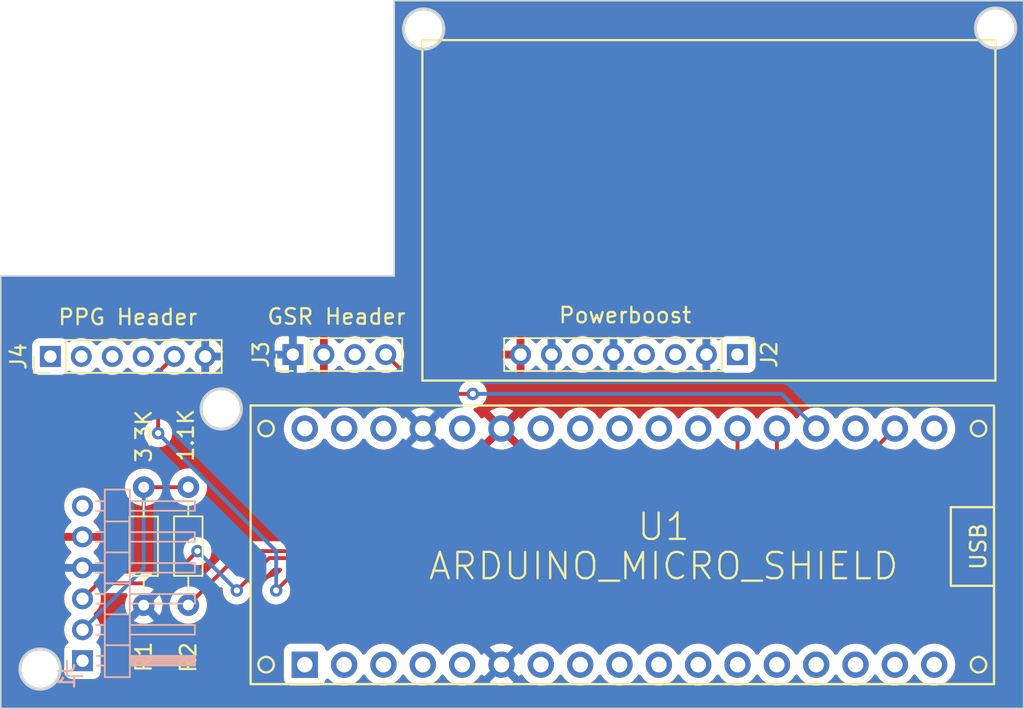
<source format=kicad_pcb>
(kicad_pcb (version 20221018) (generator pcbnew)
  (layers (0 "F.Cu" signal) (31 "B.Cu" signal) (34 "B.Paste" user) (35 "F.Paste" user) (36 "B.SilkS" user "B.Silkscreen") (37 "F.SilkS" user "F.Silkscreen") (38 "B.Mask" user) (39 "F.Mask" user) (44 "Edge.Cuts" user))
  (net 0 "")
  (net 2 "Net-(J1-Pad2)")
  (net 3 "Net-(J1-Pad3)")
  (net 4 "GND")
  (net 5 "+5V")
  (net 8 "Net-(J2-Pad3)")
  (net 9 "/PowerBoost_EN")
  (net 12 "Net-(J3-Pad4)")
  (net 13 "Net-(J4-Pad1)")
  (net 14 "Net-(J4-Pad2)")
  (net 15 "Net-(J4-Pad3)")
  (net 16 "Net-(J4-Pad4)")
  (net 17 "+3V3")
  (net 18 "Net-(R2-Pad1)")
  (footprint "Connector_PinHeader_2.00mm:PinHeader_1x08_P2.00mm_Vertical" (layer "F.Cu") (at 182.18 66.04 -90)
    (fp_text reference "J2" (at 0 -2.06 90) (layer "F.SilkS"))
    (fp_text value "Powerboost" (at -2.54 7.25) (layer "F.SilkS"))
    (fp_line (start -1.06 -1.06) (end 0 -1.06) (stroke (width 0.12)) (layer "F.SilkS"))
    (fp_line (start -1.06 0) (end -1.06 -1.06) (stroke (width 0.12)) (layer "F.SilkS"))
    (fp_line (start -1.06 1) (end -1.06 15.06) (stroke (width 0.12)) (layer "F.SilkS"))
    (fp_line (start -1.06 1) (end 1.06 1) (stroke (width 0.12)) (layer "F.SilkS"))
    (fp_line (start -1.06 15.06) (end 1.06 15.06) (stroke (width 0.12)) (layer "F.SilkS"))
    (fp_line (start 1.06 1) (end 1.06 15.06) (stroke (width 0.12)) (layer "F.SilkS"))
    (pad "1" thru_hole rect (at 0 0 270) (size 1.35 1.35) (drill 0.8) (layers "*.Cu" "*.Mask"))
    (pad "2" thru_hole oval (at 0 2 270) (size 1.35 1.35) (drill 0.8) (layers "*.Cu" "*.Mask") (net 4 "GND"))
    (pad "3" thru_hole oval (at 0 4 270) (size 1.35 1.35) (drill 0.8) (layers "*.Cu" "*.Mask") (net 8 "Net-(J2-Pad3)"))
    (pad "4" thru_hole oval (at 0 6 270) (size 1.35 1.35) (drill 0.8) (layers "*.Cu" "*.Mask") (net 9 "/PowerBoost_EN"))
    (pad "5" thru_hole oval (at 0 8 270) (size 1.35 1.35) (drill 0.8) (layers "*.Cu" "*.Mask") (net 4 "GND"))
    (pad "6" thru_hole oval (at 0 10 270) (size 1.35 1.35) (drill 0.8) (layers "*.Cu" "*.Mask"))
    (pad "7" thru_hole oval (at 0 12 270) (size 1.35 1.35) (drill 0.8) (layers "*.Cu" "*.Mask") (net 4 "GND"))
    (pad "8" thru_hole oval (at 0 14 270) (size 1.35 1.35) (drill 0.8) (layers "*.Cu" "*.Mask") (net 5 "+5V"))
  )
  (footprint "Resistor_THT:R_Axial_DIN0204_L3.6mm_D1.6mm_P7.62mm_Horizontal" (layer "F.Cu") (at 146.72734 82.224852 90)
    (fp_text reference "R2" (at -3.385722 0 90) (layer "F.SilkS"))
    (fp_text value "1.1K" (at 10.971904 -0.155978 90) (layer "F.SilkS"))
    (fp_line (start 0.94 0) (end 1.89 0) (stroke (width 0.12)) (layer "F.SilkS"))
    (fp_line (start 1.89 -0.92) (end 1.89 0.92) (stroke (width 0.12)) (layer "F.SilkS"))
    (fp_line (start 1.89 0.92) (end 5.73 0.92) (stroke (width 0.12)) (layer "F.SilkS"))
    (fp_line (start 5.73 -0.92) (end 1.89 -0.92) (stroke (width 0.12)) (layer "F.SilkS"))
    (fp_line (start 5.73 0.92) (end 5.73 -0.92) (stroke (width 0.12)) (layer "F.SilkS"))
    (fp_line (start 6.68 0) (end 5.73 0) (stroke (width 0.12)) (layer "F.SilkS"))
    (pad "1" thru_hole circle (at 0 0 90) (size 1.4 1.4) (drill 0.7) (layers "*.Cu" "*.Mask") (net 18 "Net-(R2-Pad1)"))
    (pad "2" thru_hole oval (at 7.62 0 90) (size 1.4 1.4) (drill 0.7) (layers "*.Cu" "*.Mask") (net 2 "Net-(J1-Pad2)"))
  )
  (footprint "Connector_PinHeader_2.00mm:PinHeader_1x04_P2.00mm_Vertical" (layer "F.Cu") (at 153.48 66.04 90)
    (fp_text reference "J3" (at 0 -2.06 90) (layer "F.SilkS"))
    (fp_text value "GSR Header" (at 2.451253 2.814166 180) (layer "F.SilkS"))
    (fp_line (start -1.06 -1.06) (end 0 -1.06) (stroke (width 0.12)) (layer "F.SilkS"))
    (fp_line (start -1.06 0) (end -1.06 -1.06) (stroke (width 0.12)) (layer "F.SilkS"))
    (fp_line (start -1.06 1) (end -1.06 7.06) (stroke (width 0.12)) (layer "F.SilkS"))
    (fp_line (start -1.06 1) (end 1.06 1) (stroke (width 0.12)) (layer "F.SilkS"))
    (fp_line (start -1.06 7.06) (end 1.06 7.06) (stroke (width 0.12)) (layer "F.SilkS"))
    (fp_line (start 1.06 1) (end 1.06 7.06) (stroke (width 0.12)) (layer "F.SilkS"))
    (pad "1" thru_hole rect (at 0 0 90) (size 1.35 1.35) (drill 0.8) (layers "*.Cu" "*.Mask") (net 4 "GND"))
    (pad "2" thru_hole oval (at 0 2 90) (size 1.35 1.35) (drill 0.8) (layers "*.Cu" "*.Mask") (net 5 "+5V"))
    (pad "3" thru_hole oval (at 0 4 90) (size 1.35 1.35) (drill 0.8) (layers "*.Cu" "*.Mask"))
    (pad "4" thru_hole oval (at 0 6 90) (size 1.35 1.35) (drill 0.8) (layers "*.Cu" "*.Mask") (net 12 "Net-(J3-Pad4)"))
  )
  (footprint "Resistor_THT:R_Axial_DIN0204_L3.6mm_D1.6mm_P7.62mm_Horizontal" (layer "F.Cu") (at 143.85 82.23 90)
    (fp_text reference "R1" (at -3.35 0 90) (layer "F.SilkS"))
    (fp_text value "3.3K" (at 10.913812 0.002254 90) (layer "F.SilkS"))
    (fp_line (start 0.94 0) (end 1.89 0) (stroke (width 0.12)) (layer "F.SilkS"))
    (fp_line (start 1.89 -0.92) (end 1.89 0.92) (stroke (width 0.12)) (layer "F.SilkS"))
    (fp_line (start 1.89 0.92) (end 5.73 0.92) (stroke (width 0.12)) (layer "F.SilkS"))
    (fp_line (start 5.73 -0.92) (end 1.89 -0.92) (stroke (width 0.12)) (layer "F.SilkS"))
    (fp_line (start 5.73 0.92) (end 5.73 -0.92) (stroke (width 0.12)) (layer "F.SilkS"))
    (fp_line (start 6.68 0) (end 5.73 0) (stroke (width 0.12)) (layer "F.SilkS"))
    (pad "1" thru_hole circle (at 0 0 90) (size 1.4 1.4) (drill 0.7) (layers "*.Cu" "*.Mask") (net 4 "GND"))
    (pad "2" thru_hole oval (at 7.62 0 90) (size 1.4 1.4) (drill 0.7) (layers "*.Cu" "*.Mask") (net 2 "Net-(J1-Pad2)"))
  )
  (footprint "Connector_PinHeader_2.00mm:PinHeader_1x06_P2.00mm_Vertical" (layer "F.Cu") (at 137.822006 66.162413 90)
    (fp_text reference "J4" (at 0 -2.06 90) (layer "F.SilkS"))
    (fp_text value "PPG Header" (at 2.54 5 180) (layer "F.SilkS"))
    (fp_line (start -1.06 -1.06) (end 0 -1.06) (stroke (width 0.12)) (layer "F.SilkS"))
    (fp_line (start -1.06 0) (end -1.06 -1.06) (stroke (width 0.12)) (layer "F.SilkS"))
    (fp_line (start -1.06 1) (end -1.06 11.06) (stroke (width 0.12)) (layer "F.SilkS"))
    (fp_line (start -1.06 1) (end 1.06 1) (stroke (width 0.12)) (layer "F.SilkS"))
    (fp_line (start -1.06 11.06) (end 1.06 11.06) (stroke (width 0.12)) (layer "F.SilkS"))
    (fp_line (start 1.06 1) (end 1.06 11.06) (stroke (width 0.12)) (layer "F.SilkS"))
    (pad "1" thru_hole rect (at 0 0 90) (size 1.35 1.35) (drill 0.8) (layers "*.Cu" "*.Mask") (net 13 "Net-(J4-Pad1)"))
    (pad "2" thru_hole oval (at 0 2 90) (size 1.35 1.35) (drill 0.8) (layers "*.Cu" "*.Mask") (net 14 "Net-(J4-Pad2)"))
    (pad "3" thru_hole oval (at 0 4 90) (size 1.35 1.35) (drill 0.8) (layers "*.Cu" "*.Mask") (net 15 "Net-(J4-Pad3)"))
    (pad "4" thru_hole oval (at 0 6 90) (size 1.35 1.35) (drill 0.8) (layers "*.Cu" "*.Mask") (net 16 "Net-(J4-Pad4)"))
    (pad "5" thru_hole oval (at 0 8 90) (size 1.35 1.35) (drill 0.8) (layers "*.Cu" "*.Mask") (net 17 "+3V3"))
    (pad "6" thru_hole oval (at 0 10 90) (size 1.35 1.35) (drill 0.8) (layers "*.Cu" "*.Mask") (net 4 "GND"))
  )
  (footprint "arduino_micro_shield:ARDUINO_MICRO_SHIELD" (layer "F.Cu") (at 150.75 87.33)
    (fp_text reference "U1" (at 26.67 -10.16) (layer "F.SilkS") (effects (font (size 1.7 1.7))))
    (fp_text value "ARDUINO_MICRO_SHIELD" (at 26.67 -7.62) (layer "F.SilkS") (effects (font (size 1.7 1.7))))
    (fp_text user "USB" (at 46.99 -8.89 90) (layer "F.SilkS"))
    (fp_line (start 0 -18) (end 48 -18) (stroke (width 0.15)) (layer "F.SilkS"))
    (fp_line (start 0 0) (end 0 -18) (stroke (width 0.15)) (layer "F.SilkS"))
    (fp_line (start 45.212 -11.43) (end 48.006 -11.43) (stroke (width 0.15)) (layer "F.SilkS"))
    (fp_line (start 45.212 -6.35) (end 45.212 -11.43) (stroke (width 0.15)) (layer "F.SilkS"))
    (fp_line (start 48 -18) (end 48 0) (stroke (width 0.15)) (layer "F.SilkS"))
    (fp_line (start 48 0) (end 0 0) (stroke (width 0.15)) (layer "F.SilkS"))
    (fp_line (start 48.006 -6.35) (end 45.212 -6.35) (stroke (width 0.15)) (layer "F.SilkS"))
    (fp_circle (center 1 -16.51) (end 1.5 -16.51) (stroke (width 0.15)) (fill none) (layer "F.SilkS"))
    (fp_circle (center 1 -1.254) (end 1.5 -1.254) (stroke (width 0.15)) (fill none) (layer "F.SilkS"))
    (fp_circle (center 47 -16.51) (end 47.5 -16.51) (stroke (width 0.15)) (fill none) (layer "F.SilkS"))
    (fp_circle (center 47 -1.254) (end 47.5 -1.254) (stroke (width 0.15)) (fill none) (layer "F.SilkS"))
    (pad "2" thru_hole circle (at 18.74 -1.254) (size 1.7 1.7) (drill 1) (layers "*.Cu" "*.Mask") (net 16 "Net-(J4-Pad4)"))
    (pad "3" thru_hole circle (at 21.28 -1.254) (size 1.7 1.7) (drill 1) (layers "*.Cu" "*.Mask") (net 15 "Net-(J4-Pad3)"))
    (pad "3.3V" thru_hole circle (at 41.6 -16.51) (size 1.7 1.7) (drill 1) (layers "*.Cu" "*.Mask") (net 17 "+3V3"))
    (pad "4" thru_hole circle (at 23.82 -1.254) (size 1.7 1.7) (drill 1) (layers "*.Cu" "*.Mask") (net 14 "Net-(J4-Pad2)"))
    (pad "5" thru_hole circle (at 26.36 -1.254) (size 1.7 1.7) (drill 1) (layers "*.Cu" "*.Mask") (net 13 "Net-(J4-Pad1)"))
    (pad "5V" thru_hole circle (at 16.2 -16.51) (size 1.7 1.7) (drill 1) (layers "*.Cu" "*.Mask") (net 5 "+5V"))
    (pad "6" thru_hole circle (at 28.9 -1.254) (size 1.7 1.7) (drill 1) (layers "*.Cu" "*.Mask"))
    (pad "7" thru_hole circle (at 31.44 -1.254) (size 1.7 1.7) (drill 1) (layers "*.Cu" "*.Mask"))
    (pad "8" thru_hole circle (at 33.98 -1.254) (size 1.7 1.7) (drill 1) (layers "*.Cu" "*.Mask"))
    (pad "9" thru_hole circle (at 36.52 -1.254) (size 1.7 1.7) (drill 1) (layers "*.Cu" "*.Mask"))
    (pad "10" thru_hole circle (at 39.06 -1.254) (size 1.7 1.7) (drill 1) (layers "*.Cu" "*.Mask"))
    (pad "11" thru_hole circle (at 41.6 -1.254) (size 1.7 1.7) (drill 1) (layers "*.Cu" "*.Mask"))
    (pad "12" thru_hole circle (at 44.14 -1.254) (size 1.7 1.7) (drill 1) (layers "*.Cu" "*.Mask"))
    (pad "13" thru_hole circle (at 44.14 -16.51) (size 1.7 1.7) (drill 1) (layers "*.Cu" "*.Mask"))
    (pad "A0" thru_hole circle (at 36.52 -16.51) (size 1.7 1.7) (drill 1) (layers "*.Cu" "*.Mask") (net 12 "Net-(J3-Pad4)"))
    (pad "A1" thru_hole circle (at 33.98 -16.51) (size 1.7 1.7) (drill 1) (layers "*.Cu" "*.Mask") (net 3 "Net-(J1-Pad3)"))
    (pad "A2" thru_hole circle (at 31.44 -16.51) (size 1.7 1.7) (drill 1) (layers "*.Cu" "*.Mask") (net 18 "Net-(R2-Pad1)"))
    (pad "A3" thru_hole circle (at 28.9 -16.51) (size 1.7 1.7) (drill 1) (layers "*.Cu" "*.Mask") (net 8 "Net-(J2-Pad3)"))
    (pad "A4" thru_hole circle (at 26.36 -16.51) (size 1.7 1.7) (drill 1) (layers "*.Cu" "*.Mask"))
    (pad "A5" thru_hole circle (at 23.82 -16.51) (size 1.7 1.7) (drill 1) (layers "*.Cu" "*.Mask"))
    (pad "AREF" thru_hole circle (at 39.06 -16.51) (size 1.7 1.7) (drill 1) (layers "*.Cu" "*.Mask"))
    (pad "GND" thru_hole circle (at 11.12 -16.51) (size 1.7 1.7) (drill 1) (layers "*.Cu" "*.Mask") (net 4 "GND"))
    (pad "GND" thru_hole circle (at 16.2 -1.254) (size 1.7 1.7) (drill 1) (layers "*.Cu" "*.Mask") (net 4 "GND"))
    (pad "MI" thru_hole circle (at 6.04 -16.51) (size 1.7 1.7) (drill 1) (layers "*.Cu" "*.Mask"))
    (pad "MO" thru_hole rect (at 3.5 -1.254) (size 1.7 1.7) (drill 1) (layers "*.Cu" "*.Mask"))
    (pad "NC" thru_hole circle (at 18.74 -16.51) (size 1.7 1.7) (drill 1) (layers "*.Cu" "*.Mask"))
    (pad "NC" thru_hole circle (at 21.28 -16.51) (size 1.7 1.7) (drill 1) (layers "*.Cu" "*.Mask"))
    (pad "RST" thru_hole circle (at 13.66 -16.51) (size 1.7 1.7) (drill 1) (layers "*.Cu" "*.Mask"))
    (pad "RST" thru_hole circle (at 13.66 -1.254) (size 1.7 1.7) (drill 1) (layers "*.Cu" "*.Mask"))
    (pad "RX" thru_hole circle (at 11.12 -1.254) (size 1.7 1.7) (drill 1) (layers "*.Cu" "*.Mask"))
    (pad "SCK" thru_hole circle (at 3.5 -16.51) (size 1.7 1.7) (drill 1) (layers "*.Cu" "*.Mask"))
    (pad "SS" thru_hole circle (at 6.04 -1.254) (size 1.7 1.7) (drill 1) (layers "*.Cu" "*.Mask"))
    (pad "TX" thru_hole circle (at 8.58 -1.254) (size 1.7 1.7) (drill 1) (layers "*.Cu" "*.Mask"))
    (pad "VI" thru_hole circle (at 8.58 -16.51) (size 1.7 1.7) (drill 1) (layers "*.Cu" "*.Mask"))
  )
  (footprint "Connector_PinHeader_2.00mm:PinHeader_1x06_P2.00mm_Horizontal" (layer "B.Cu") (at 139.895 85.82)
    (fp_text reference "J1" (at -1 1 90) (layer "B.SilkS") (effects (justify mirror)))
    (fp_text value "Bluetooth Interface")
    (fp_line (start -1 0) (end -1 1) (stroke (width 0.12)) (layer "B.SilkS"))
    (fp_line (start -1 1) (end 0 1) (stroke (width 0.12)) (layer "B.SilkS"))
    (fp_line (start 0.882114 -10.31) (end 1.44 -10.31) (stroke (width 0.12)) (layer "B.SilkS"))
    (fp_line (start 0.882114 -9.69) (end 1.44 -9.69) (stroke (width 0.12)) (layer "B.SilkS"))
    (fp_line (start 0.882114 -8.31) (end 1.44 -8.31) (stroke (width 0.12)) (layer "B.SilkS"))
    (fp_line (start 0.882114 -7.69) (end 1.44 -7.69) (stroke (width 0.12)) (layer "B.SilkS"))
    (fp_line (start 0.882114 -6.31) (end 1.44 -6.31) (stroke (width 0.12)) (layer "B.SilkS"))
    (fp_line (start 0.882114 -5.69) (end 1.44 -5.69) (stroke (width 0.12)) (layer "B.SilkS"))
    (fp_line (start 0.882114 -4.31) (end 1.44 -4.31) (stroke (width 0.12)) (layer "B.SilkS"))
    (fp_line (start 0.882114 -3.69) (end 1.44 -3.69) (stroke (width 0.12)) (layer "B.SilkS"))
    (fp_line (start 0.882114 -2.31) (end 1.44 -2.31) (stroke (width 0.12)) (layer "B.SilkS"))
    (fp_line (start 0.882114 -1.69) (end 1.44 -1.69) (stroke (width 0.12)) (layer "B.SilkS"))
    (fp_line (start 0.935 -0.31) (end 1.44 -0.31) (stroke (width 0.12)) (layer "B.SilkS"))
    (fp_line (start 0.935 0.31) (end 1.44 0.31) (stroke (width 0.12)) (layer "B.SilkS"))
    (fp_line (start 1.44 -11.06) (end 3.06 -11.06) (stroke (width 0.12)) (layer "B.SilkS"))
    (fp_line (start 1.44 -9) (end 3.06 -9) (stroke (width 0.12)) (layer "B.SilkS"))
    (fp_line (start 1.44 -7) (end 3.06 -7) (stroke (width 0.12)) (layer "B.SilkS"))
    (fp_line (start 1.44 -5) (end 3.06 -5) (stroke (width 0.12)) (layer "B.SilkS"))
    (fp_line (start 1.44 -3) (end 3.06 -3) (stroke (width 0.12)) (layer "B.SilkS"))
    (fp_line (start 1.44 -1) (end 3.06 -1) (stroke (width 0.12)) (layer "B.SilkS"))
    (fp_line (start 1.44 1.06) (end 1.44 -11.06) (stroke (width 0.12)) (layer "B.SilkS"))
    (fp_line (start 3.06 -11.06) (end 3.06 1.06) (stroke (width 0.12)) (layer "B.SilkS"))
    (fp_line (start 3.06 -9.69) (end 7.26 -9.69) (stroke (width 0.12)) (layer "B.SilkS"))
    (fp_line (start 3.06 -7.69) (end 7.26 -7.69) (stroke (width 0.12)) (layer "B.SilkS"))
    (fp_line (start 3.06 -5.69) (end 7.26 -5.69) (stroke (width 0.12)) (layer "B.SilkS"))
    (fp_line (start 3.06 -3.69) (end 7.26 -3.69) (stroke (width 0.12)) (layer "B.SilkS"))
    (fp_line (start 3.06 -1.69) (end 7.26 -1.69) (stroke (width 0.12)) (layer "B.SilkS"))
    (fp_line (start 3.06 -0.23) (end 7.26 -0.23) (stroke (width 0.12)) (layer "B.SilkS"))
    (fp_line (start 3.06 -0.11) (end 7.26 -0.11) (stroke (width 0.12)) (layer "B.SilkS"))
    (fp_line (start 3.06 0.01) (end 7.26 0.01) (stroke (width 0.12)) (layer "B.SilkS"))
    (fp_line (start 3.06 0.13) (end 7.26 0.13) (stroke (width 0.12)) (layer "B.SilkS"))
    (fp_line (start 3.06 0.25) (end 7.26 0.25) (stroke (width 0.12)) (layer "B.SilkS"))
    (fp_line (start 3.06 0.31) (end 7.26 0.31) (stroke (width 0.12)) (layer "B.SilkS"))
    (fp_line (start 3.06 1.06) (end 1.44 1.06) (stroke (width 0.12)) (layer "B.SilkS"))
    (fp_line (start 7.26 -10.31) (end 3.06 -10.31) (stroke (width 0.12)) (layer "B.SilkS"))
    (fp_line (start 7.26 -9.69) (end 7.26 -10.31) (stroke (width 0.12)) (layer "B.SilkS"))
    (fp_line (start 7.26 -8.31) (end 3.06 -8.31) (stroke (width 0.12)) (layer "B.SilkS"))
    (fp_line (start 7.26 -7.69) (end 7.26 -8.31) (stroke (width 0.12)) (layer "B.SilkS"))
    (fp_line (start 7.26 -6.31) (end 3.06 -6.31) (stroke (width 0.12)) (layer "B.SilkS"))
    (fp_line (start 7.26 -5.69) (end 7.26 -6.31) (stroke (width 0.12)) (layer "B.SilkS"))
    (fp_line (start 7.26 -4.31) (end 3.06 -4.31) (stroke (width 0.12)) (layer "B.SilkS"))
    (fp_line (start 7.26 -3.69) (end 7.26 -4.31) (stroke (width 0.12)) (layer "B.SilkS"))
    (fp_line (start 7.26 -2.31) (end 3.06 -2.31) (stroke (width 0.12)) (layer "B.SilkS"))
    (fp_line (start 7.26 -1.69) (end 7.26 -2.31) (stroke (width 0.12)) (layer "B.SilkS"))
    (fp_line (start 7.26 -0.31) (end 3.06 -0.31) (stroke (width 0.12)) (layer "B.SilkS"))
    (fp_line (start 7.26 0.31) (end 7.26 -0.31) (stroke (width 0.12)) (layer "B.SilkS"))
    (pad "1" thru_hole rect (at 0 0) (size 1.35 1.35) (drill 0.8) (layers "*.Cu" "*.Mask"))
    (pad "2" thru_hole oval (at 0 -2) (size 1.35 1.35) (drill 0.8) (layers "*.Cu" "*.Mask") (net 2 "Net-(J1-Pad2)"))
    (pad "3" thru_hole oval (at 0 -4) (size 1.35 1.35) (drill 0.8) (layers "*.Cu" "*.Mask") (net 3 "Net-(J1-Pad3)"))
    (pad "4" thru_hole oval (at 0 -6) (size 1.35 1.35) (drill 0.8) (layers "*.Cu" "*.Mask") (net 4 "GND"))
    (pad "5" thru_hole oval (at 0 -8) (size 1.35 1.35) (drill 0.8) (layers "*.Cu" "*.Mask") (net 5 "+5V"))
    (pad "6" thru_hole oval (at 0 -10) (size 1.35 1.35) (drill 0.8) (layers "*.Cu" "*.Mask"))
  )
  (gr_rect (start 161.84 45.72) (end 198.84 67.72) (stroke (width 0.15)) (fill none) (layer "F.SilkS"))
  (gr_line (start 160.02 43.18) (end 160.02 60.96) (stroke (width 0.1)) (layer "Edge.Cuts"))
  (gr_circle (center 148.855601 69.554687) (end 150.155601 69.554687) (stroke (width 0.2)) (fill none) (layer "Edge.Cuts"))
  (gr_line (start 200.66 88.9) (end 200.66 43.18) (stroke (width 0.1)) (layer "Edge.Cuts"))
  (gr_line (start 160.02 60.96) (end 134.62 60.96) (stroke (width 0.1)) (layer "Edge.Cuts"))
  (gr_line (start 200.66 43.18) (end 160.02 43.18) (stroke (width 0.1)) (layer "Edge.Cuts"))
  (gr_circle (center 137.16 86.36) (end 138.46 86.36) (stroke (width 0.2)) (fill none) (layer "Edge.Cuts"))
  (gr_line (start 134.62 88.9) (end 200.66 88.9) (stroke (width 0.1)) (layer "Edge.Cuts"))
  (gr_circle (center 198.851309 44.944368) (end 200.151309 44.944368) (stroke (width 0.2)) (fill none) (layer "Edge.Cuts"))
  (gr_circle (center 161.924747 45.005341) (end 163.224747 45.005341) (stroke (width 0.2)) (fill none) (layer "Edge.Cuts"))
  (gr_line (start 134.62 60.96) (end 134.62 88.9) (stroke (width 0.1)) (layer "Edge.Cuts"))
  (segment (start 143.85 74.61) (end 146.722192 74.61) (width 0.25) (layer "F.Cu") (net 2))
  (segment (start 146.722192 74.61) (end 146.72734 74.604852) (width 0.25) (layer "F.Cu") (net 2))
  (segment (start 143.85 74.61) (end 143.85 79.865) (width 0.25) (layer "B.Cu") (net 2))
  (segment (start 143.85 79.865) (end 139.895 83.82) (width 0.25) (layer "B.Cu") (net 2))
  (segment (start 149.86 81.28) (end 151.95 79.19) (width 0.25) (layer "F.Cu") (net 3))
  (segment (start 145.24 80.82) (end 140.895 80.82) (width 0.25) (layer "F.Cu") (net 3))
  (segment (start 140.895 80.82) (end 139.895 81.82) (width 0.25) (layer "F.Cu") (net 3))
  (segment (start 151.95 79.19) (end 180.526396 79.19) (width 0.25) (layer "F.Cu") (net 3))
  (segment (start 184.73 74.986396) (end 184.73 70.82) (width 0.25) (layer "F.Cu") (net 3))
  (segment (start 147.32 78.74) (end 145.24 80.82) (width 0.25) (layer "F.Cu") (net 3))
  (segment (start 180.526396 79.19) (end 184.73 74.986396) (width 0.25) (layer "F.Cu") (net 3))
  (via (at 147.32 78.74) (size 0.8) (drill 0.4) (layers "F.Cu" "B.Cu") (net 3))
  (via (at 149.86 81.28) (size 0.8) (drill 0.4) (layers "F.Cu" "B.Cu") (net 3))
  (segment (start 147.32 78.74) (end 149.86 81.28) (width 0.25) (layer "B.Cu") (net 3))
  (segment (start 162.02 68.58) (end 165.1 68.58) (width 0.25) (layer "F.Cu") (net 12))
  (segment (start 159.48 66.04) (end 162.02 68.58) (width 0.25) (layer "F.Cu") (net 12))
  (via (at 165.1 68.58) (size 0.8) (drill 0.4) (layers "F.Cu" "B.Cu") (net 12))
  (segment (start 165.1 68.58) (end 185.03 68.58) (width 0.25) (layer "B.Cu") (net 12))
  (segment (start 185.03 68.58) (end 187.27 70.82) (width 0.25) (layer "B.Cu") (net 12))
  (segment (start 145.822006 66.162413) (end 144.78 67.204419) (width 0.25) (layer "F.Cu") (net 17))
  (segment (start 152.4 81.28) (end 154.04 79.64) (width 0.25) (layer "F.Cu") (net 17))
  (segment (start 144.78 67.204419) (end 144.78 71.12) (width 0.25) (layer "F.Cu") (net 17))
  (segment (start 183.53 79.64) (end 192.35 70.82) (width 0.25) (layer "F.Cu") (net 17))
  (segment (start 154.04 79.64) (end 183.53 79.64) (width 0.25) (layer "F.Cu") (net 17))
  (via (at 152.4 81.28) (size 0.8) (drill 0.4) (layers "F.Cu" "B.Cu") (net 17))
  (via (at 144.78 71.12) (size 0.8) (drill 0.4) (layers "F.Cu" "B.Cu") (net 17))
  (segment (start 152.4 78.74) (end 152.4 81.28) (width 0.25) (layer "B.Cu") (net 17))
  (segment (start 144.78 71.12) (end 152.4 78.74) (width 0.25) (layer "B.Cu") (net 17))
  (segment (start 180.34 78.74) (end 182.19 76.89) (width 0.25) (layer "F.Cu") (net 18))
  (segment (start 182.19 76.89) (end 182.19 70.82) (width 0.25) (layer "F.Cu") (net 18))
  (segment (start 146.72734 82.224852) (end 150.212192 78.74) (width 0.25) (layer "F.Cu") (net 18))
  (segment (start 150.212192 78.74) (end 180.34 78.74) (width 0.25) (layer "F.Cu") (net 18))
  (zone (net 5) (net_name "+5V") (layer "F.Cu") (connect_pads (clearance 0.508)) (min_thickness 0.254) (fill yes (thermal_gap 0.508) (thermal_bridge_width 0.508))
    (polygon (pts (xy 200.66 88.9) (xy 134.62 88.9) (xy 134.62 43.18) (xy 200.66 43.18)))
  )
  (zone (net 4) (net_name "GND") (layer "B.Cu") (connect_pads (clearance 0.508)) (min_thickness 0.254) (fill yes (thermal_gap 0.508) (thermal_bridge_width 0.508))
    (polygon (pts (xy 200.66 88.9) (xy 134.62 88.9) (xy 134.62 43.18) (xy 200.66 43.18)))
  )
)
</source>
